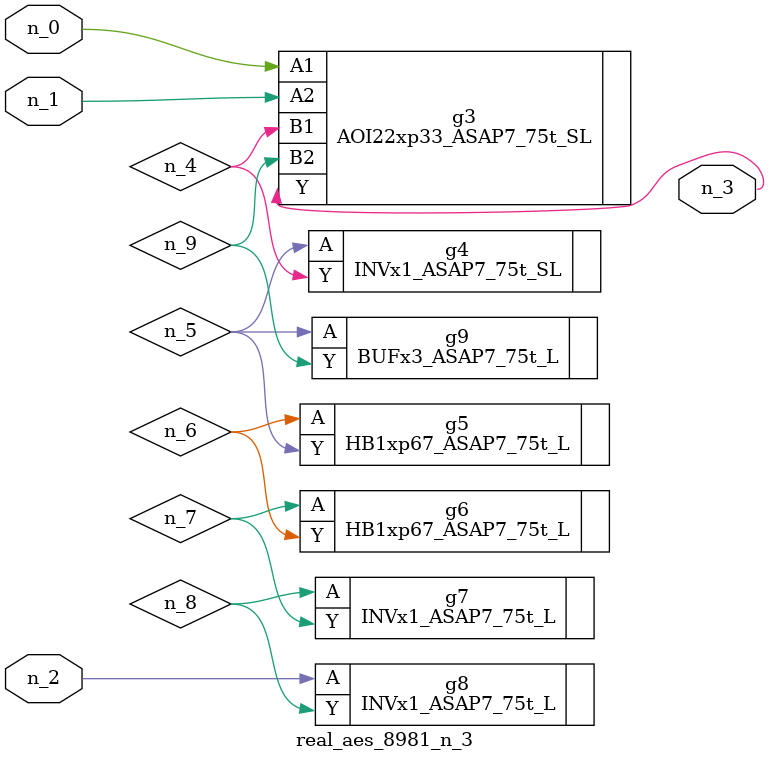
<source format=v>
module real_aes_8981_n_3 (n_0, n_2, n_1, n_3);
input n_0;
input n_2;
input n_1;
output n_3;
wire n_4;
wire n_5;
wire n_7;
wire n_9;
wire n_6;
wire n_8;
AOI22xp33_ASAP7_75t_SL g3 ( .A1(n_0), .A2(n_1), .B1(n_4), .B2(n_9), .Y(n_3) );
INVx1_ASAP7_75t_L g8 ( .A(n_2), .Y(n_8) );
INVx1_ASAP7_75t_SL g4 ( .A(n_5), .Y(n_4) );
BUFx3_ASAP7_75t_L g9 ( .A(n_5), .Y(n_9) );
HB1xp67_ASAP7_75t_L g5 ( .A(n_6), .Y(n_5) );
HB1xp67_ASAP7_75t_L g6 ( .A(n_7), .Y(n_6) );
INVx1_ASAP7_75t_L g7 ( .A(n_8), .Y(n_7) );
endmodule
</source>
